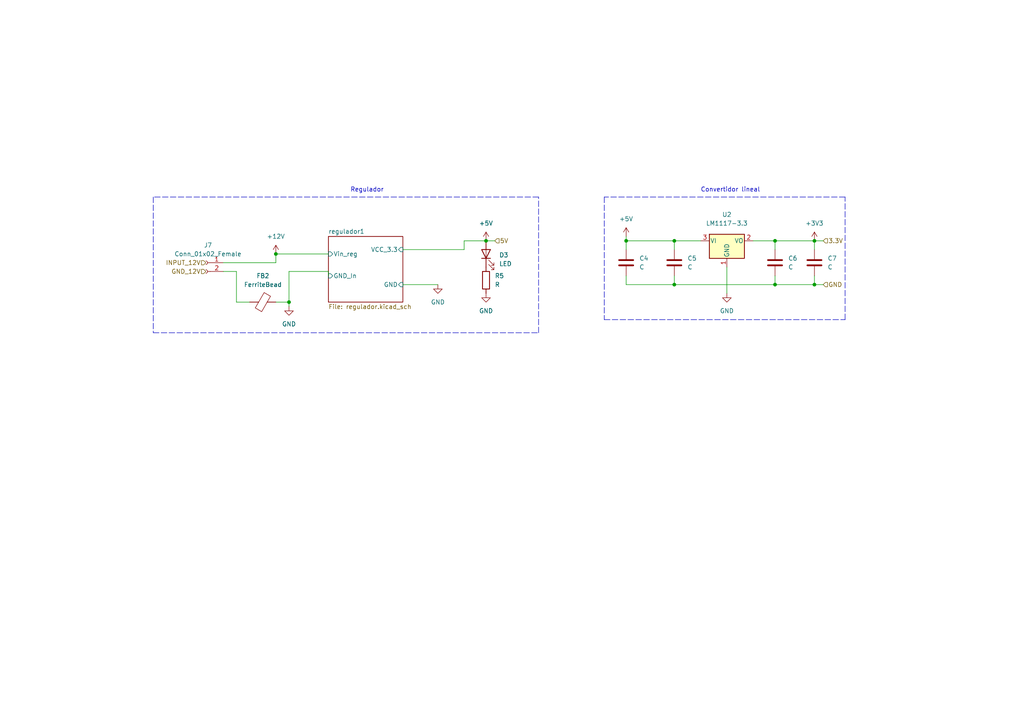
<source format=kicad_sch>
(kicad_sch (version 20211123) (generator eeschema)
  (paper "A4")
  (lib_symbols
    (symbol "Connector:Conn_01x02_Female" (pin_names (offset 1.016) hide)
      (property "Reference" "J" (at 0 2.54 0))
      (property "Value" "Conn_01x02_Female" (at 0 -5.08 0))
      (symbol "Conn_01x02_Female_1_1"
        (arc (start 0 -2.032) (mid -0.508 -2.54) (end 0 -3.048) (stroke (width 0.1524)))
        (polyline (pts (xy -1.27 -2.54) (xy -0.508 -2.54)) (stroke (width 0.1524)))
        (polyline (pts (xy -1.27 0) (xy -0.508 0)) (stroke (width 0.1524)))
        (arc (start 0 0.508) (mid -0.508 0) (end 0 -0.508) (stroke (width 0.1524)))
        (pin passive line (at -5.08 0 0) (length 3.81) (name "Pin_1") (number "1"))
        (pin passive line (at -5.08 -2.54 0) (length 3.81) (name "Pin_2") (number "2"))
      )
    )
    (symbol "Device:C" (pin_numbers hide) (pin_names (offset 0.254))
      (property "Reference" "C" (at 0.635 2.54 0))
      (property "Value" "C" (at 0.635 -2.54 0))
      (symbol "C_0_1"
        (polyline (pts (xy -2.032 -0.762) (xy 2.032 -0.762)) (stroke (width 0.508)))
        (polyline (pts (xy -2.032 0.762) (xy 2.032 0.762)) (stroke (width 0.508)))
      )
      (symbol "C_1_1"
        (pin passive line (at 0 3.81 270) (length 2.794) (name "~") (number "1"))
        (pin passive line (at 0 -3.81 90) (length 2.794) (name "~") (number "2"))
      )
    )
    (symbol "Device:FerriteBead" (pin_numbers hide) (pin_names (offset 0))
      (property "Reference" "FB" (at -3.81 0.635 90))
      (property "Value" "FerriteBead" (at 3.81 0 90))
      (symbol "FerriteBead_0_1"
        (polyline (pts (xy 0 -1.27) (xy 0 -1.2192)))
        (polyline (pts (xy 0 1.27) (xy 0 1.2954)))
        (polyline (pts (xy -2.7686 0.4064) (xy -1.7018 2.2606) (xy 2.7686 -0.3048) (xy 1.6764 -2.159) (xy -2.7686 0.4064)))
      )
      (symbol "FerriteBead_1_1"
        (pin passive line (at 0 3.81 270) (length 2.54) (name "~") (number "1"))
        (pin passive line (at 0 -3.81 90) (length 2.54) (name "~") (number "2"))
      )
    )
    (symbol "Device:LED" (pin_numbers hide) (pin_names (offset 1.016) hide)
      (property "Reference" "D" (at 0 2.54 0))
      (property "Value" "LED" (at 0 -2.54 0))
      (symbol "LED_0_1"
        (polyline (pts (xy -1.27 -1.27) (xy -1.27 1.27)) (stroke (width 0.254)))
        (polyline (pts (xy -1.27 0) (xy 1.27 0)))
        (polyline (pts (xy 1.27 -1.27) (xy 1.27 1.27) (xy -1.27 0) (xy 1.27 -1.27)) (stroke (width 0.254)))
        (polyline (pts (xy -3.048 -0.762) (xy -4.572 -2.286) (xy -3.81 -2.286) (xy -4.572 -2.286) (xy -4.572 -1.524)))
        (polyline (pts (xy -1.778 -0.762) (xy -3.302 -2.286) (xy -2.54 -2.286) (xy -3.302 -2.286) (xy -3.302 -1.524)))
      )
      (symbol "LED_1_1"
        (pin passive line (at -3.81 0 0) (length 2.54) (name "K") (number "1"))
        (pin passive line (at 3.81 0 180) (length 2.54) (name "A") (number "2"))
      )
    )
    (symbol "Device:R" (pin_numbers hide) (pin_names (offset 0))
      (property "Reference" "R" (at 2.032 0 90))
      (property "Value" "R" (at 0 0 90))
      (symbol "R_0_1"
        (rectangle (start -1.016 -2.54) (end 1.016 2.54) (stroke (width 0.254)))
      )
      (symbol "R_1_1"
        (pin passive line (at 0 3.81 270) (length 1.27) (name "~") (number "1"))
        (pin passive line (at 0 -3.81 90) (length 1.27) (name "~") (number "2"))
      )
    )
    (symbol "Regulator_Linear:LM1117-3.3" (pin_names (offset 0.254))
      (property "Reference" "U" (at -3.81 3.175 0))
      (property "Value" "LM1117-3.3" (at 0 3.175 0))
      (symbol "LM1117-3.3_0_1"
        (rectangle (start -5.08 -5.08) (end 5.08 1.905) (stroke (width 0.254)) (fill (type background)))
      )
      (symbol "LM1117-3.3_1_1"
        (pin power_in line (at 0 -7.62 90) (length 2.54) (name "GND") (number "1"))
        (pin power_out line (at 7.62 0 180) (length 2.54) (name "VO") (number "2"))
        (pin power_in line (at -7.62 0 0) (length 2.54) (name "VI") (number "3"))
      )
    )
    (symbol "power:+12V" (power) (pin_names (offset 0))
      (property "Value" "+12V" (at 0 3.556 0))
      (symbol "+12V_0_1"
        (polyline (pts (xy -0.762 1.27) (xy 0 2.54)))
        (polyline (pts (xy 0 0) (xy 0 2.54)))
        (polyline (pts (xy 0 2.54) (xy 0.762 1.27)))
      )
      (symbol "+12V_1_1"
        (pin power_in line (at 0 0 90) (length 0) hide (name "+12V") (number "1"))
      )
    )
    (symbol "power:+3.3V" (power) (pin_names (offset 0))
      (property "Value" "+3.3V" (at 0 3.556 0))
      (symbol "+3.3V_0_1"
        (polyline (pts (xy -0.762 1.27) (xy 0 2.54)))
        (polyline (pts (xy 0 0) (xy 0 2.54)))
        (polyline (pts (xy 0 2.54) (xy 0.762 1.27)))
      )
      (symbol "+3.3V_1_1"
        (pin power_in line (at 0 0 90) (length 0) hide (name "+3V3") (number "1"))
      )
    )
    (symbol "power:+5V" (power) (pin_names (offset 0))
      (property "Value" "+5V" (at 0 3.556 0))
      (symbol "+5V_0_1"
        (polyline (pts (xy -0.762 1.27) (xy 0 2.54)))
        (polyline (pts (xy 0 0) (xy 0 2.54)))
        (polyline (pts (xy 0 2.54) (xy 0.762 1.27)))
      )
      (symbol "+5V_1_1"
        (pin power_in line (at 0 0 90) (length 0) hide (name "+5V") (number "1"))
      )
    )
    (symbol "power:GND" (power) (pin_names (offset 0))
      (property "Value" "GND" (at 0 -3.81 0))
      (symbol "GND_0_1"
        (polyline (pts (xy 0 0) (xy 0 -1.27) (xy 1.27 -1.27) (xy 0 -2.54) (xy -1.27 -1.27) (xy 0 -1.27)))
      )
      (symbol "GND_1_1"
        (pin power_in line (at 0 0 270) (length 0) hide (name "GND") (number "1"))
      )
    )
  )
  (junction (at 195.58 69.85))
  (junction (at 224.79 82.55))
  (junction (at 236.22 82.55))
  (junction (at 83.82 87.63))
  (junction (at 236.22 69.85))
  (junction (at 80.01 73.66))
  (junction (at 195.58 82.55))
  (junction (at 181.61 69.85))
  (junction (at 140.97 69.85))
  (junction (at 224.79 69.85))
  (wire (pts (xy 236.22 69.85) (xy 238.76 69.85)))
  (wire (pts (xy 181.61 69.85) (xy 195.58 69.85)))
  (wire (pts (xy 134.62 69.85) (xy 140.97 69.85)))
  (wire (pts (xy 68.58 87.63) (xy 72.39 87.63)))
  (wire (pts (xy 64.77 76.2) (xy 80.01 76.2)))
  (wire (pts (xy 236.22 82.55) (xy 224.79 82.55)))
  (wire (pts (xy 181.61 68.58) (xy 181.61 69.85)))
  (wire (pts (xy 218.44 69.85) (xy 224.79 69.85)))
  (wire (pts (xy 195.58 82.55) (xy 224.79 82.55)))
  (wire (pts (xy 236.22 69.85) (xy 236.22 72.39)))
  (wire (pts (xy 64.77 78.74) (xy 68.58 78.74)))
  (wire (pts (xy 210.82 77.47) (xy 210.82 85.09)))
  (wire (pts (xy 224.79 80.01) (xy 224.79 82.55)))
  (wire (pts (xy 83.82 78.74) (xy 95.25 78.74)))
  (wire (pts (xy 181.61 69.85) (xy 181.61 72.39)))
  (wire (pts (xy 181.61 80.01) (xy 181.61 82.55)))
  (wire (pts (xy 195.58 80.01) (xy 195.58 82.55)))
  (wire (pts (xy 224.79 69.85) (xy 236.22 69.85)))
  (polyline (pts (xy 44.45 96.52) (xy 156.21 96.52)))
  (wire (pts (xy 181.61 82.55) (xy 195.58 82.55)))
  (polyline (pts (xy 175.26 57.15) (xy 175.26 92.71)))
  (wire (pts (xy 80.01 73.66) (xy 95.25 73.66)))
  (polyline (pts (xy 245.11 57.15) (xy 175.26 57.15)))
  (wire (pts (xy 238.76 82.55) (xy 236.22 82.55)))
  (wire (pts (xy 116.84 72.39) (xy 134.62 72.39)))
  (polyline (pts (xy 175.26 92.71) (xy 245.11 92.71)))
  (wire (pts (xy 83.82 87.63) (xy 83.82 88.9)))
  (wire (pts (xy 224.79 72.39) (xy 224.79 69.85)))
  (polyline (pts (xy 44.45 57.15) (xy 44.45 96.52)))
  (wire (pts (xy 140.97 69.85) (xy 143.51 69.85)))
  (wire (pts (xy 116.84 82.55) (xy 127 82.55)))
  (wire (pts (xy 68.58 78.74) (xy 68.58 87.63)))
  (wire (pts (xy 134.62 72.39) (xy 134.62 69.85)))
  (polyline (pts (xy 156.21 57.15) (xy 44.45 57.15)))
  (polyline (pts (xy 245.11 92.71) (xy 245.11 57.15)))
  (wire (pts (xy 195.58 72.39) (xy 195.58 69.85)))
  (wire (pts (xy 95.25 78.74) (xy 95.25 80.01)))
  (wire (pts (xy 83.82 78.74) (xy 83.82 87.63)))
  (wire (pts (xy 80.01 87.63) (xy 83.82 87.63)))
  (wire (pts (xy 80.01 73.66) (xy 80.01 76.2)))
  (wire (pts (xy 195.58 69.85) (xy 203.2 69.85)))
  (wire (pts (xy 236.22 80.01) (xy 236.22 82.55)))
  (polyline (pts (xy 156.21 96.52) (xy 156.21 57.15)))
  (text "Convertidor lineal\n" (at 203.2 55.88 0) (effects (font (size 1.27 1.27)) (justify left bottom)))
  (text "Regulador\n" (at 101.6 55.88 0) (effects (font (size 1.27 1.27)) (justify left bottom)))
  (hierarchical_label "3.3V" (shape input) (at 238.76 69.85 0))
  (hierarchical_label "GND_12V" (shape input) (at 59.69 78.74 180))
  (hierarchical_label "INPUT_12V" (shape input) (at 59.69 76.2 180))
  (hierarchical_label "5V" (shape input) (at 143.51 69.85 0))
  (hierarchical_label "GND" (shape input) (at 238.76 82.55 0))
  (symbol (lib_id "Device:C") (at 236.22 76.2 0) (unit 1)
    (property "Reference" "C7" (at 240.03 74.9299 0) (effects (justify left)))
    (property "Value" "C" (at 240.03 77.4699 0) (effects (justify left)))
    (property "Footprint" "Capacitor_SMD:C_0805_2012Metric_Pad1.18x1.45mm_HandSolder" (effects hide))
  )
  (symbol (lib_id "Device:C") (at 181.61 76.2 0) (unit 1)
    (property "Reference" "C4" (at 185.42 74.9299 0) (effects (justify left)))
    (property "Value" "C" (at 185.42 77.4699 0) (effects (justify left)))
    (property "Footprint" "Capacitor_SMD:C_0805_2012Metric_Pad1.18x1.45mm_HandSolder" (effects hide))
  )
  (symbol (lib_id "Regulator_Linear:LM1117-3.3") (at 210.82 69.85 0) (unit 1)
    (property "Reference" "U2" (at 210.82 62.23 0))
    (property "Value" "LM1117-3.3" (at 210.82 64.77 0))
    (property "Footprint" "Package_TO_SOT_SMD:SOT-323_SC-70_Handsoldering" (effects hide))
    (property "Datasheet" "http://www.ti.com/lit/ds/symlink/lm1117.pdf" (effects hide))
    (property "compra" "https://articulo.mercadolibre.com.co/MCO-453714164-regulador-voltaje-33-voltios-asm1117-arduino-_JM" (effects hide))
  )
  (symbol (lib_id "power:GND") (at 83.82 88.9 0) (unit 1)
    (property "Reference" "#PWR035" (effects hide))
    (property "Value" "GND" (at 83.82 93.98 0))
  )
  (symbol (lib_id "Connector:Conn_01x02_Female") (at 59.69 76.2 0) (mirror y) (unit 1)
    (property "Reference" "J7" (at 60.325 71.12 0))
    (property "Value" "Conn_01x02_Female" (at 60.325 73.66 0))
    (property "Footprint" "Connector_JST:JST_EH_S2B-EH_1x02_P2.50mm_Horizontal" (effects hide))
  )
  (symbol (lib_id "power:+3.3V") (at 236.22 69.85 0) (unit 1)
    (property "Reference" "#PWR041" (effects hide))
    (property "Value" "+3.3V" (at 236.22 64.77 0))
  )
  (symbol (lib_id "Device:FerriteBead") (at 76.2 87.63 270) (unit 1)
    (property "Reference" "FB2" (at 76.2508 80.01 90))
    (property "Value" "FerriteBead" (at 76.2508 82.55 90))
    (property "Footprint" "Resistor_SMD:R_0603_1608Metric_Pad0.98x0.95mm_HandSolder" (effects hide))
  )
  (symbol (lib_id "power:GND") (at 210.82 85.09 0) (unit 1)
    (property "Reference" "#PWR040" (effects hide))
    (property "Value" "GND" (at 210.82 90.17 0))
  )
  (symbol (lib_id "power:+5V") (at 181.61 68.58 0) (unit 1)
    (property "Reference" "#PWR039" (effects hide))
    (property "Value" "+5V" (at 181.61 63.5 0))
  )
  (symbol (lib_id "Device:C") (at 195.58 76.2 0) (unit 1)
    (property "Reference" "C5" (at 199.39 74.9299 0) (effects (justify left)))
    (property "Value" "C" (at 199.39 77.4699 0) (effects (justify left)))
    (property "Footprint" "Capacitor_SMD:C_0805_2012Metric_Pad1.18x1.45mm_HandSolder" (effects hide))
  )
  (symbol (lib_id "power:+12V") (at 80.01 73.66 0) (unit 1)
    (property "Reference" "#PWR034" (effects hide))
    (property "Value" "+12V" (at 80.01 68.58 0))
  )
  (symbol (lib_id "Device:R") (at 140.97 81.28 0) (unit 1)
    (property "Reference" "R5" (at 143.51 80.0099 0) (effects (justify left)))
    (property "Value" "R" (at 143.51 82.5499 0) (effects (justify left)))
    (property "Footprint" "Resistor_SMD:R_0805_2012Metric_Pad1.20x1.40mm_HandSolder" (effects hide))
  )
  (symbol (lib_id "power:GND") (at 127 82.55 0) (unit 1)
    (property "Reference" "#PWR036" (effects hide))
    (property "Value" "GND" (at 127 87.63 0))
  )
  (symbol (lib_id "Device:C") (at 224.79 76.2 0) (unit 1)
    (property "Reference" "C6" (at 228.6 74.9299 0) (effects (justify left)))
    (property "Value" "C" (at 228.6 77.4699 0) (effects (justify left)))
    (property "Footprint" "Capacitor_SMD:C_0805_2012Metric_Pad1.18x1.45mm_HandSolder" (effects hide))
  )
  (symbol (lib_id "Device:LED") (at 140.97 73.66 90) (unit 1)
    (property "Reference" "D3" (at 144.78 73.9774 90) (effects (justify right)))
    (property "Value" "LED" (at 144.78 76.5174 90) (effects (justify right)))
    (property "Footprint" "LED_SMD:LED_1206_3216Metric_Pad1.42x1.75mm_HandSolder" (effects hide))
  )
  (symbol (lib_id "power:GND") (at 140.97 85.09 0) (unit 1)
    (property "Reference" "#PWR038" (effects hide))
    (property "Value" "GND" (at 140.97 90.17 0))
  )
  (symbol (lib_id "power:+5V") (at 140.97 69.85 0) (unit 1)
    (property "Reference" "#PWR037" (effects hide))
    (property "Value" "+5V" (at 140.97 64.77 0))
  )
  (sheet (at 95.25 68.58) (size 21.59 19.05) (stroke (width 0.1524))
    (property "Sheet name" "regulador1" (at 95.25 67.8684 0) (effects (justify left bottom)))
    (property "Sheet file" "regulador.kicad_sch" (at 95.25 88.2146 0) (effects (justify left top)))
    (pin "Vin_reg" input (at 95.25 73.66 180))
    (pin "GND_In" input (at 95.25 80.01 180))
    (pin "VCC_3.3" input (at 116.84 72.39 0))
    (pin "GND" input (at 116.84 82.55 0))
  )
)
</source>
